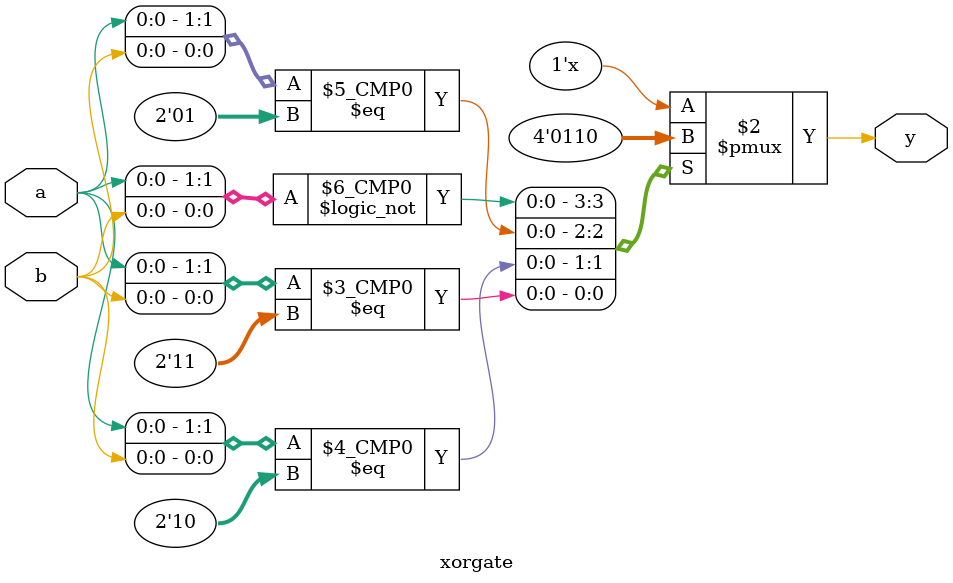
<source format=v>
module xorgate(a,b,y);
  
  input a,b;
  output reg y;
  
  always @ (*)
    case({a,b})
      2'b00:y=0;
      2'b01:y=1;
      2'b10:y=1;
      2'b11:y=0;
    endcase
  
endmodule
</source>
